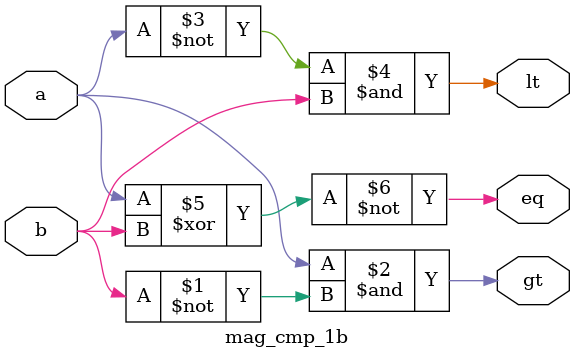
<source format=v>
module mag_cmp_1b
(
        input a,
        input b,
        output gt,
        output lt,
        output eq
);
        assign gt = a & ~b;
        assign lt = ~a & b;
        assign eq = ~(a ^ b);
endmodule

</source>
